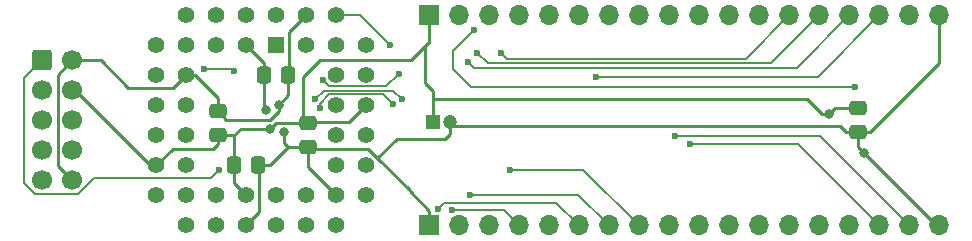
<source format=gbl>
G04 #@! TF.GenerationSoftware,KiCad,Pcbnew,7.0.5-0*
G04 #@! TF.CreationDate,2023-06-22T12:24:28+02:00*
G04 #@! TF.ProjectId,atf1504_plcc44_breakout,61746631-3530-4345-9f70-6c636334345f,A*
G04 #@! TF.SameCoordinates,Original*
G04 #@! TF.FileFunction,Copper,L2,Bot*
G04 #@! TF.FilePolarity,Positive*
%FSLAX46Y46*%
G04 Gerber Fmt 4.6, Leading zero omitted, Abs format (unit mm)*
G04 Created by KiCad (PCBNEW 7.0.5-0) date 2023-06-22 12:24:28*
%MOMM*%
%LPD*%
G01*
G04 APERTURE LIST*
G04 Aperture macros list*
%AMRoundRect*
0 Rectangle with rounded corners*
0 $1 Rounding radius*
0 $2 $3 $4 $5 $6 $7 $8 $9 X,Y pos of 4 corners*
0 Add a 4 corners polygon primitive as box body*
4,1,4,$2,$3,$4,$5,$6,$7,$8,$9,$2,$3,0*
0 Add four circle primitives for the rounded corners*
1,1,$1+$1,$2,$3*
1,1,$1+$1,$4,$5*
1,1,$1+$1,$6,$7*
1,1,$1+$1,$8,$9*
0 Add four rect primitives between the rounded corners*
20,1,$1+$1,$2,$3,$4,$5,0*
20,1,$1+$1,$4,$5,$6,$7,0*
20,1,$1+$1,$6,$7,$8,$9,0*
20,1,$1+$1,$8,$9,$2,$3,0*%
G04 Aperture macros list end*
G04 #@! TA.AperFunction,ComponentPad*
%ADD10R,1.200000X1.200000*%
G04 #@! TD*
G04 #@! TA.AperFunction,ComponentPad*
%ADD11C,1.200000*%
G04 #@! TD*
G04 #@! TA.AperFunction,ComponentPad*
%ADD12R,1.422400X1.422400*%
G04 #@! TD*
G04 #@! TA.AperFunction,ComponentPad*
%ADD13C,1.422400*%
G04 #@! TD*
G04 #@! TA.AperFunction,ComponentPad*
%ADD14RoundRect,0.250000X-0.600000X-0.600000X0.600000X-0.600000X0.600000X0.600000X-0.600000X0.600000X0*%
G04 #@! TD*
G04 #@! TA.AperFunction,ComponentPad*
%ADD15C,1.700000*%
G04 #@! TD*
G04 #@! TA.AperFunction,SMDPad,CuDef*
%ADD16RoundRect,0.250000X-0.337500X-0.475000X0.337500X-0.475000X0.337500X0.475000X-0.337500X0.475000X0*%
G04 #@! TD*
G04 #@! TA.AperFunction,SMDPad,CuDef*
%ADD17RoundRect,0.250000X0.475000X-0.337500X0.475000X0.337500X-0.475000X0.337500X-0.475000X-0.337500X0*%
G04 #@! TD*
G04 #@! TA.AperFunction,SMDPad,CuDef*
%ADD18RoundRect,0.250000X-0.475000X0.337500X-0.475000X-0.337500X0.475000X-0.337500X0.475000X0.337500X0*%
G04 #@! TD*
G04 #@! TA.AperFunction,ComponentPad*
%ADD19R,1.700000X1.700000*%
G04 #@! TD*
G04 #@! TA.AperFunction,ComponentPad*
%ADD20O,1.700000X1.700000*%
G04 #@! TD*
G04 #@! TA.AperFunction,ViaPad*
%ADD21C,0.800000*%
G04 #@! TD*
G04 #@! TA.AperFunction,ViaPad*
%ADD22C,0.600000*%
G04 #@! TD*
G04 #@! TA.AperFunction,Conductor*
%ADD23C,0.254000*%
G04 #@! TD*
G04 #@! TA.AperFunction,Conductor*
%ADD24C,0.152400*%
G04 #@! TD*
G04 APERTURE END LIST*
D10*
X129833401Y-62357000D03*
D11*
X131333401Y-62357000D03*
D12*
X116586000Y-55880000D03*
D13*
X114046000Y-53340000D03*
X114046000Y-55880000D03*
X111506000Y-53340000D03*
X111506000Y-55880000D03*
X108966000Y-53340000D03*
X106426000Y-55880000D03*
X108966000Y-55880000D03*
X106426000Y-58420000D03*
X108966000Y-58420000D03*
X106426000Y-60960000D03*
X108966000Y-60960000D03*
X106426000Y-63500000D03*
X108966000Y-63500000D03*
X106426000Y-66040000D03*
X108966000Y-66040000D03*
X106426000Y-68580000D03*
X108966000Y-71120000D03*
X108966000Y-68580000D03*
X111506000Y-71120000D03*
X111506000Y-68580000D03*
X114046000Y-71120000D03*
X114046000Y-68580000D03*
X116586000Y-71120000D03*
X116586000Y-68580000D03*
X119126000Y-71120000D03*
X119126000Y-68580000D03*
X121666000Y-71120000D03*
X124206000Y-68580000D03*
X121666000Y-68580000D03*
X124206000Y-66040000D03*
X121666000Y-66040000D03*
X124206000Y-63500000D03*
X121666000Y-63500000D03*
X124206000Y-60960000D03*
X121666000Y-60960000D03*
X124206000Y-58420000D03*
X121666000Y-58420000D03*
X124206000Y-55880000D03*
X121666000Y-53340000D03*
X121666000Y-55880000D03*
X119126000Y-53340000D03*
X119126000Y-55880000D03*
X116586000Y-53340000D03*
D14*
X96774000Y-57150000D03*
D15*
X99314000Y-57150000D03*
X96774000Y-59690000D03*
X99314000Y-59690000D03*
X96774000Y-62230000D03*
X99314000Y-62230000D03*
X96774000Y-64770000D03*
X99314000Y-64770000D03*
X96774000Y-67310000D03*
X99314000Y-67310000D03*
D16*
X113008500Y-66040000D03*
X115083500Y-66040000D03*
D17*
X165862000Y-63267500D03*
X165862000Y-61192500D03*
X111633000Y-63521500D03*
X111633000Y-61446500D03*
D18*
X119253000Y-62462500D03*
X119253000Y-64537500D03*
D19*
X129535000Y-71120000D03*
D20*
X132075000Y-71120000D03*
X134615000Y-71120000D03*
X137155000Y-71120000D03*
X139695000Y-71120000D03*
X142235000Y-71120000D03*
X144775000Y-71120000D03*
X147315000Y-71120000D03*
X149855000Y-71120000D03*
X152395000Y-71120000D03*
X154935000Y-71120000D03*
X157475000Y-71120000D03*
X160015000Y-71120000D03*
X162555000Y-71120000D03*
X165095000Y-71120000D03*
X167635000Y-71120000D03*
X170175000Y-71120000D03*
X172715000Y-71120000D03*
D19*
X129540000Y-53340000D03*
D20*
X132080000Y-53340000D03*
X134620000Y-53340000D03*
X137160000Y-53340000D03*
X139700000Y-53340000D03*
X142240000Y-53340000D03*
X144780000Y-53340000D03*
X147320000Y-53340000D03*
X149860000Y-53340000D03*
X152400000Y-53340000D03*
X154940000Y-53340000D03*
X157480000Y-53340000D03*
X160020000Y-53340000D03*
X162560000Y-53340000D03*
X165100000Y-53340000D03*
X167640000Y-53340000D03*
X170180000Y-53340000D03*
X172720000Y-53340000D03*
D16*
X115548500Y-58420000D03*
X117623500Y-58420000D03*
D21*
X116088723Y-62958217D03*
X163396000Y-61722000D03*
X115767783Y-61397217D03*
X116812730Y-60910771D03*
X117221000Y-63246000D03*
X166370000Y-65024000D03*
D22*
X111760000Y-66421000D03*
X110490000Y-57912000D03*
X113030000Y-58039000D03*
X165608000Y-59435992D03*
X133350000Y-54610000D03*
X135636000Y-56515000D03*
X133604000Y-56515000D03*
X126238002Y-55880000D03*
X132842000Y-57277000D03*
X143637000Y-58547000D03*
X151638000Y-64261992D03*
X150368000Y-63563500D03*
X136398000Y-66421000D03*
X133048300Y-68532300D03*
X130302000Y-69716498D03*
X131445000Y-69850000D03*
X120523000Y-58801000D03*
X127000000Y-58293000D03*
X119888000Y-60452000D03*
X127254000Y-60452000D03*
X120269000Y-61214000D03*
X126492000Y-60833000D03*
D23*
X165840500Y-61214000D02*
X165862000Y-61192500D01*
X115548500Y-58420000D02*
X115548500Y-61177934D01*
X113051500Y-63521500D02*
X113614783Y-62958217D01*
X129833401Y-59729401D02*
X129159000Y-59055000D01*
X113614783Y-62958217D02*
X116088723Y-62958217D01*
X111633000Y-63521500D02*
X111633000Y-64262000D01*
X128016000Y-57150000D02*
X120269000Y-57150000D01*
X116584440Y-62462500D02*
X116088723Y-62958217D01*
X119253000Y-62462500D02*
X116584440Y-62462500D01*
X118872000Y-58547000D02*
X118872000Y-62081500D01*
X111252000Y-64643000D02*
X107823000Y-64643000D01*
X122758200Y-62407800D02*
X124206000Y-60960000D01*
X115548500Y-57382500D02*
X114046000Y-55880000D01*
X162814000Y-61722000D02*
X161544000Y-60452000D01*
X129833401Y-60452000D02*
X129833401Y-62357000D01*
X115548500Y-58420000D02*
X115548500Y-57382500D01*
X163904000Y-61214000D02*
X163396000Y-61722000D01*
X120269000Y-57150000D02*
X118872000Y-58547000D01*
X99577500Y-59690000D02*
X105927500Y-66040000D01*
X163396000Y-61722000D02*
X162814000Y-61722000D01*
X113008500Y-67542500D02*
X114046000Y-68580000D01*
X129833401Y-62357000D02*
X129833401Y-59729401D01*
X113008500Y-66040000D02*
X113008500Y-67542500D01*
X107823000Y-64643000D02*
X106426000Y-66040000D01*
X164846000Y-61214000D02*
X165840500Y-61214000D01*
X113008500Y-66040000D02*
X113008500Y-63564500D01*
X129540000Y-55626000D02*
X129540000Y-53340000D01*
X113008500Y-63564500D02*
X113051500Y-63521500D01*
X111633000Y-64262000D02*
X111252000Y-64643000D01*
X115548500Y-61177934D02*
X115767783Y-61397217D01*
X164846000Y-61214000D02*
X163904000Y-61214000D01*
X111633000Y-63521500D02*
X113051500Y-63521500D01*
X129540000Y-55626000D02*
X128016000Y-57150000D01*
X129159000Y-59055000D02*
X129159000Y-56007000D01*
X119307700Y-62407800D02*
X122758200Y-62407800D01*
X161544000Y-60452000D02*
X129833401Y-60452000D01*
X129159000Y-56007000D02*
X129540000Y-55626000D01*
X166878000Y-63246000D02*
X165883500Y-63246000D01*
X109728000Y-58420000D02*
X108966000Y-58420000D01*
X101727000Y-57150000D02*
X104089200Y-59512200D01*
X172715000Y-71120000D02*
X172466000Y-71120000D01*
X131333401Y-63357599D02*
X131333401Y-62357000D01*
X98083000Y-66079000D02*
X99314000Y-67310000D01*
X117623500Y-58420000D02*
X117623500Y-60100001D01*
X124353604Y-64643000D02*
X119358500Y-64643000D01*
X116812730Y-61456064D02*
X116812730Y-60910771D01*
X129535000Y-71120000D02*
X129535000Y-69887100D01*
X172720000Y-57404000D02*
X166878000Y-63246000D01*
X111633000Y-61446500D02*
X112364217Y-62177717D01*
X107873800Y-59512200D02*
X108966000Y-58420000D01*
X117221000Y-64135000D02*
X117221000Y-63246000D01*
X111633000Y-61446500D02*
X111633000Y-60325000D01*
X116091077Y-62177717D02*
X116812730Y-61456064D01*
X117678200Y-54787800D02*
X119126000Y-53340000D01*
X117707500Y-64537500D02*
X117623500Y-64537500D01*
X127889000Y-68241100D02*
X127889000Y-68178396D01*
X119253000Y-64537500D02*
X119253000Y-66167000D01*
X111633000Y-60325000D02*
X109728000Y-58420000D01*
X131714401Y-62738000D02*
X164338000Y-62738000D01*
X129535000Y-69887100D02*
X127889000Y-68241100D01*
X117623500Y-64537500D02*
X117221000Y-64135000D01*
X99314000Y-57150000D02*
X98083000Y-58381000D01*
X130873500Y-63817500D02*
X131333401Y-63357599D01*
X125168802Y-65458198D02*
X126809500Y-63817500D01*
X164867500Y-63267500D02*
X165862000Y-63267500D01*
X99314000Y-57150000D02*
X101727000Y-57150000D01*
X165883500Y-63246000D02*
X165862000Y-63267500D01*
X172720000Y-53340000D02*
X172720000Y-57404000D01*
X98083000Y-58381000D02*
X98083000Y-66079000D01*
X119253000Y-66167000D02*
X121666000Y-68580000D01*
X127889000Y-68178396D02*
X125168802Y-65458198D01*
X172466000Y-71120000D02*
X165862000Y-64516000D01*
X117678200Y-58365300D02*
X117678200Y-54787800D01*
X119253000Y-64537500D02*
X117707500Y-64537500D01*
X117623500Y-60100001D02*
X116812730Y-60910771D01*
X112364217Y-62177717D02*
X116091077Y-62177717D01*
X165862000Y-64516000D02*
X165862000Y-63267500D01*
X115138200Y-70027800D02*
X114046000Y-71120000D01*
X104089200Y-59512200D02*
X107873800Y-59512200D01*
X117580500Y-64537500D02*
X116078000Y-66040000D01*
X131333401Y-62357000D02*
X131714401Y-62738000D01*
X164338000Y-62738000D02*
X164867500Y-63267500D01*
X126809500Y-63817500D02*
X130873500Y-63817500D01*
X125168802Y-65458198D02*
X124353604Y-64643000D01*
X115138200Y-66094700D02*
X115138200Y-70027800D01*
X117707500Y-64537500D02*
X117580500Y-64537500D01*
X116078000Y-66040000D02*
X115083500Y-66040000D01*
D24*
X99802855Y-68490200D02*
X101211655Y-67081400D01*
X95250000Y-58674000D02*
X95250000Y-67564000D01*
X96774000Y-57150000D02*
X95250000Y-58674000D01*
X101211655Y-67081400D02*
X111099600Y-67081400D01*
X95250000Y-67564000D02*
X96176200Y-68490200D01*
X96176200Y-68490200D02*
X99802855Y-68490200D01*
X111099600Y-67081400D02*
X111760000Y-66421000D01*
X112903000Y-57912000D02*
X113030000Y-58039000D01*
X110490000Y-57912000D02*
X112903000Y-57912000D01*
X131572000Y-57912000D02*
X133095992Y-59435992D01*
X133350000Y-54610000D02*
X131572000Y-56388000D01*
X131572000Y-56388000D02*
X131572000Y-57912000D01*
X133095992Y-59435992D02*
X165608000Y-59435992D01*
X156337000Y-57023000D02*
X136144000Y-57023000D01*
X136144000Y-57023000D02*
X135636000Y-56515000D01*
X160020000Y-53340000D02*
X156337000Y-57023000D01*
X162560000Y-53340000D02*
X158496000Y-57404000D01*
X158496000Y-57404000D02*
X134493000Y-57404000D01*
X134493000Y-57404000D02*
X133604000Y-56515000D01*
X123698002Y-53340000D02*
X121666000Y-53340000D01*
X126238002Y-55880000D02*
X123698002Y-53340000D01*
X133350000Y-57785000D02*
X132842000Y-57277000D01*
X160655000Y-57785000D02*
X133350000Y-57785000D01*
X165100000Y-53340000D02*
X160655000Y-57785000D01*
X162433000Y-58547000D02*
X143637000Y-58547000D01*
X167640000Y-53340000D02*
X162433000Y-58547000D01*
X167635000Y-71120000D02*
X160776992Y-64261992D01*
X160776992Y-64261992D02*
X151638000Y-64261992D01*
X170175000Y-71120000D02*
X162618500Y-63563500D01*
X162618500Y-63563500D02*
X150368000Y-63563500D01*
X142616000Y-66421000D02*
X147315000Y-71120000D01*
X136398000Y-66421000D02*
X142616000Y-66421000D01*
X142187300Y-68532300D02*
X133048300Y-68532300D01*
X144775000Y-71120000D02*
X142187300Y-68532300D01*
X142235000Y-71120000D02*
X140330000Y-69215000D01*
X140330000Y-69215000D02*
X130803498Y-69215000D01*
X130803498Y-69215000D02*
X130302000Y-69716498D01*
X135885000Y-69850000D02*
X131445000Y-69850000D01*
X137155000Y-71120000D02*
X135885000Y-69850000D01*
X125933200Y-59359800D02*
X121081800Y-59359800D01*
X121081800Y-59359800D02*
X120523000Y-58801000D01*
X127000000Y-58293000D02*
X125933200Y-59359800D01*
X126517899Y-59715899D02*
X127254000Y-60452000D01*
X120624101Y-59715899D02*
X126517899Y-59715899D01*
X119888000Y-60452000D02*
X120624101Y-59715899D01*
X120269000Y-60856879D02*
X120269000Y-61214000D01*
X121105679Y-60020200D02*
X120269000Y-60856879D01*
X126492000Y-60833000D02*
X125679200Y-60020200D01*
X125679200Y-60020200D02*
X121105679Y-60020200D01*
M02*

</source>
